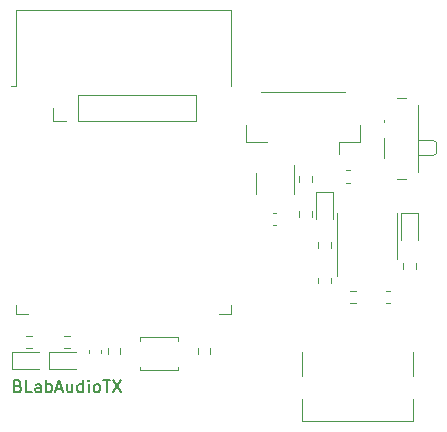
<source format=gbr>
%TF.GenerationSoftware,KiCad,Pcbnew,(5.1.8)-1*%
%TF.CreationDate,2021-10-10T15:44:20+08:00*%
%TF.ProjectId,wifiaudio,77696669-6175-4646-996f-2e6b69636164,rev?*%
%TF.SameCoordinates,Original*%
%TF.FileFunction,Legend,Top*%
%TF.FilePolarity,Positive*%
%FSLAX46Y46*%
G04 Gerber Fmt 4.6, Leading zero omitted, Abs format (unit mm)*
G04 Created by KiCad (PCBNEW (5.1.8)-1) date 2021-10-10 15:44:20*
%MOMM*%
%LPD*%
G01*
G04 APERTURE LIST*
%ADD10C,0.150000*%
%ADD11C,0.120000*%
G04 APERTURE END LIST*
D10*
X101080952Y-108528571D02*
X101223809Y-108576190D01*
X101271428Y-108623809D01*
X101319047Y-108719047D01*
X101319047Y-108861904D01*
X101271428Y-108957142D01*
X101223809Y-109004761D01*
X101128571Y-109052380D01*
X100747619Y-109052380D01*
X100747619Y-108052380D01*
X101080952Y-108052380D01*
X101176190Y-108100000D01*
X101223809Y-108147619D01*
X101271428Y-108242857D01*
X101271428Y-108338095D01*
X101223809Y-108433333D01*
X101176190Y-108480952D01*
X101080952Y-108528571D01*
X100747619Y-108528571D01*
X102223809Y-109052380D02*
X101747619Y-109052380D01*
X101747619Y-108052380D01*
X102985714Y-109052380D02*
X102985714Y-108528571D01*
X102938095Y-108433333D01*
X102842857Y-108385714D01*
X102652380Y-108385714D01*
X102557142Y-108433333D01*
X102985714Y-109004761D02*
X102890476Y-109052380D01*
X102652380Y-109052380D01*
X102557142Y-109004761D01*
X102509523Y-108909523D01*
X102509523Y-108814285D01*
X102557142Y-108719047D01*
X102652380Y-108671428D01*
X102890476Y-108671428D01*
X102985714Y-108623809D01*
X103461904Y-109052380D02*
X103461904Y-108052380D01*
X103461904Y-108433333D02*
X103557142Y-108385714D01*
X103747619Y-108385714D01*
X103842857Y-108433333D01*
X103890476Y-108480952D01*
X103938095Y-108576190D01*
X103938095Y-108861904D01*
X103890476Y-108957142D01*
X103842857Y-109004761D01*
X103747619Y-109052380D01*
X103557142Y-109052380D01*
X103461904Y-109004761D01*
X104319047Y-108766666D02*
X104795238Y-108766666D01*
X104223809Y-109052380D02*
X104557142Y-108052380D01*
X104890476Y-109052380D01*
X105652380Y-108385714D02*
X105652380Y-109052380D01*
X105223809Y-108385714D02*
X105223809Y-108909523D01*
X105271428Y-109004761D01*
X105366666Y-109052380D01*
X105509523Y-109052380D01*
X105604761Y-109004761D01*
X105652380Y-108957142D01*
X106557142Y-109052380D02*
X106557142Y-108052380D01*
X106557142Y-109004761D02*
X106461904Y-109052380D01*
X106271428Y-109052380D01*
X106176190Y-109004761D01*
X106128571Y-108957142D01*
X106080952Y-108861904D01*
X106080952Y-108576190D01*
X106128571Y-108480952D01*
X106176190Y-108433333D01*
X106271428Y-108385714D01*
X106461904Y-108385714D01*
X106557142Y-108433333D01*
X107033333Y-109052380D02*
X107033333Y-108385714D01*
X107033333Y-108052380D02*
X106985714Y-108100000D01*
X107033333Y-108147619D01*
X107080952Y-108100000D01*
X107033333Y-108052380D01*
X107033333Y-108147619D01*
X107652380Y-109052380D02*
X107557142Y-109004761D01*
X107509523Y-108957142D01*
X107461904Y-108861904D01*
X107461904Y-108576190D01*
X107509523Y-108480952D01*
X107557142Y-108433333D01*
X107652380Y-108385714D01*
X107795238Y-108385714D01*
X107890476Y-108433333D01*
X107938095Y-108480952D01*
X107985714Y-108576190D01*
X107985714Y-108861904D01*
X107938095Y-108957142D01*
X107890476Y-109004761D01*
X107795238Y-109052380D01*
X107652380Y-109052380D01*
X108271428Y-108052380D02*
X108842857Y-108052380D01*
X108557142Y-109052380D02*
X108557142Y-108052380D01*
X109080952Y-108052380D02*
X109747619Y-109052380D01*
X109747619Y-108052380D02*
X109080952Y-109052380D01*
D11*
%TO.C,R10*%
X102237258Y-105322500D02*
X101762742Y-105322500D01*
X102237258Y-104277500D02*
X101762742Y-104277500D01*
%TO.C,R9*%
X124877500Y-91237258D02*
X124877500Y-90762742D01*
X125922500Y-91237258D02*
X125922500Y-90762742D01*
%TO.C,R8*%
X124877500Y-94237258D02*
X124877500Y-93762742D01*
X125922500Y-94237258D02*
X125922500Y-93762742D01*
%TO.C,R7*%
X105437258Y-105322500D02*
X104962742Y-105322500D01*
X105437258Y-104277500D02*
X104962742Y-104277500D01*
%TO.C,R6*%
X134722500Y-98162742D02*
X134722500Y-98637258D01*
X133677500Y-98162742D02*
X133677500Y-98637258D01*
%TO.C,R5*%
X126477500Y-99837258D02*
X126477500Y-99362742D01*
X127522500Y-99837258D02*
X127522500Y-99362742D01*
%TO.C,R4*%
X127522500Y-96362742D02*
X127522500Y-96837258D01*
X126477500Y-96362742D02*
X126477500Y-96837258D01*
%TO.C,R3*%
X129637258Y-101522500D02*
X129162742Y-101522500D01*
X129637258Y-100477500D02*
X129162742Y-100477500D01*
%TO.C,R2*%
X116277500Y-105837258D02*
X116277500Y-105362742D01*
X117322500Y-105837258D02*
X117322500Y-105362742D01*
%TO.C,R1*%
X108677500Y-105837258D02*
X108677500Y-105362742D01*
X109722500Y-105837258D02*
X109722500Y-105362742D01*
%TO.C,D4*%
X102800000Y-105665000D02*
X100515000Y-105665000D01*
X100515000Y-105665000D02*
X100515000Y-107135000D01*
X100515000Y-107135000D02*
X102800000Y-107135000D01*
%TO.C,D3*%
X106000000Y-105665000D02*
X103715000Y-105665000D01*
X103715000Y-105665000D02*
X103715000Y-107135000D01*
X103715000Y-107135000D02*
X106000000Y-107135000D01*
%TO.C,D2*%
X134935000Y-96200000D02*
X134935000Y-93915000D01*
X134935000Y-93915000D02*
X133465000Y-93915000D01*
X133465000Y-93915000D02*
X133465000Y-96200000D01*
%TO.C,D1*%
X127735000Y-94412500D02*
X127735000Y-92127500D01*
X127735000Y-92127500D02*
X126265000Y-92127500D01*
X126265000Y-92127500D02*
X126265000Y-94412500D01*
%TO.C,C4*%
X122940580Y-94910000D02*
X122659420Y-94910000D01*
X122940580Y-93890000D02*
X122659420Y-93890000D01*
%TO.C,C3*%
X108110000Y-105459420D02*
X108110000Y-105740580D01*
X107090000Y-105459420D02*
X107090000Y-105740580D01*
%TO.C,C2*%
X129140580Y-91310000D02*
X128859420Y-91310000D01*
X129140580Y-90290000D02*
X128859420Y-90290000D01*
%TO.C,C1*%
X132259420Y-100490000D02*
X132540580Y-100490000D01*
X132259420Y-101510000D02*
X132540580Y-101510000D01*
%TO.C,SW2*%
X111350000Y-107200000D02*
X111350000Y-106900000D01*
X114650000Y-107200000D02*
X111350000Y-107200000D01*
X114650000Y-106900000D02*
X114650000Y-107200000D01*
X111350000Y-104400000D02*
X111350000Y-104700000D01*
X114650000Y-104400000D02*
X111350000Y-104400000D01*
X114650000Y-104700000D02*
X114650000Y-104400000D01*
%TO.C,J5*%
X104040000Y-86060000D02*
X104040000Y-85000000D01*
X105100000Y-86060000D02*
X104040000Y-86060000D01*
X106100000Y-86060000D02*
X106100000Y-83940000D01*
X106100000Y-83940000D02*
X116160000Y-83940000D01*
X106100000Y-86060000D02*
X116160000Y-86060000D01*
X116160000Y-86060000D02*
X116160000Y-83940000D01*
%TO.C,SW1*%
X133920000Y-84150000D02*
X133130000Y-84150000D01*
X133130000Y-91050000D02*
X133920000Y-91050000D01*
X132080000Y-89200000D02*
X132080000Y-87500000D01*
X134930000Y-90450000D02*
X134930000Y-84750000D01*
X136220000Y-87700000D02*
X134930000Y-87700000D01*
X136430000Y-88800000D02*
X136430000Y-87900000D01*
X134930000Y-89000000D02*
X136220000Y-89000000D01*
X136220000Y-87700000D02*
X136430000Y-87900000D01*
X136220000Y-89000000D02*
X136430000Y-88800000D01*
X132080000Y-86200000D02*
X132080000Y-86000000D01*
%TO.C,U2*%
X133160000Y-95800000D02*
X133160000Y-93850000D01*
X133160000Y-95800000D02*
X133160000Y-97750000D01*
X128040000Y-95800000D02*
X128040000Y-93850000D01*
X128040000Y-95800000D02*
X128040000Y-99250000D01*
%TO.C,J4*%
X128790000Y-83640000D02*
X121610000Y-83640000D01*
X120340000Y-87910000D02*
X122140000Y-87910000D01*
X120340000Y-86460000D02*
X120340000Y-87910000D01*
X128260000Y-87910000D02*
X128260000Y-88900000D01*
X130060000Y-87910000D02*
X128260000Y-87910000D01*
X130060000Y-86460000D02*
X130060000Y-87910000D01*
%TO.C,U1*%
X100880000Y-83155000D02*
X100500000Y-83155000D01*
X100880000Y-76735000D02*
X100880000Y-83155000D01*
X119120000Y-76735000D02*
X119120000Y-83155000D01*
X100880000Y-76735000D02*
X119120000Y-76735000D01*
X119120000Y-102480000D02*
X118120000Y-102480000D01*
X119120000Y-101700000D02*
X119120000Y-102480000D01*
X100880000Y-102480000D02*
X101880000Y-102480000D01*
X100880000Y-101700000D02*
X100880000Y-102480000D01*
%TO.C,U5*%
X121190000Y-90500000D02*
X121190000Y-92300000D01*
X124410000Y-92300000D02*
X124410000Y-89850000D01*
%TO.C,J1*%
X125100000Y-109600000D02*
X125100000Y-111500000D01*
X125100000Y-105700000D02*
X125100000Y-107700000D01*
X134500000Y-109600000D02*
X134500000Y-111500000D01*
X134500000Y-105700000D02*
X134500000Y-107700000D01*
X125100000Y-111500000D02*
X134500000Y-111500000D01*
%TD*%
M02*

</source>
